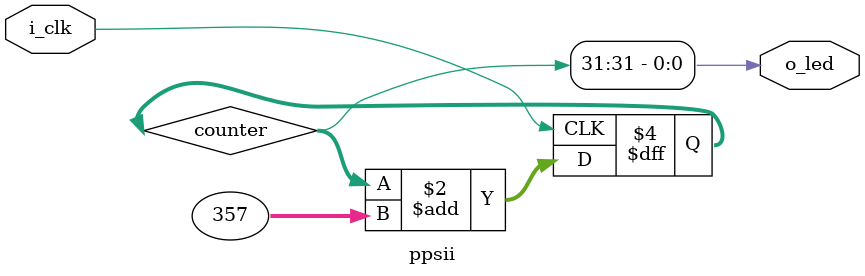
<source format=v>
`default_nettype none
module ppsii(i_clk, o_led);
`ifdef	VERILATOR
	parameter CLOCK_RATE_HZ = 300_000;
`else
	parameter CLOCK_RATE_HZ = 12_000_000;
`endif
	parameter [31:0] INCREMENT
		    = (1<<30)/(CLOCK_RATE_HZ/4);
	input	wire	i_clk;
	output	wire	o_led;

	reg	[31:0]	counter;

	initial	counter = 0;
	always @(posedge i_clk)
		counter <= counter + INCREMENT;

	assign	o_led = counter[31];
endmodule

</source>
